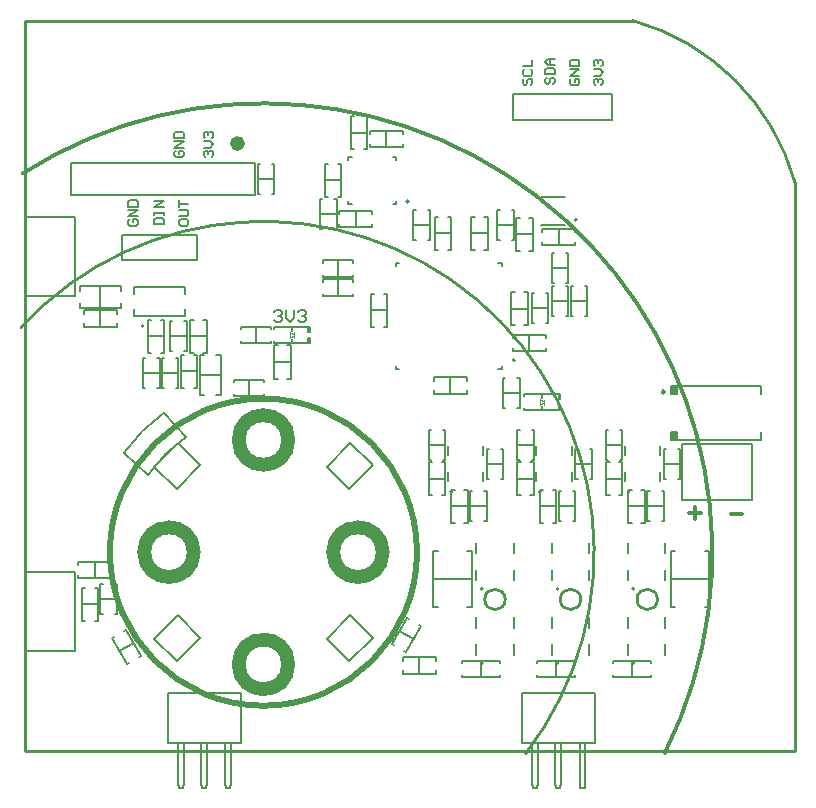
<source format=gto>
G04*
G04 #@! TF.GenerationSoftware,Altium Limited,Altium Designer,20.1.14 (287)*
G04*
G04 Layer_Color=65535*
%FSLAX25Y25*%
%MOIN*%
G70*
G04*
G04 #@! TF.SameCoordinates,BFC865CF-BEAF-49AC-A6C2-1AB5C3D80CD9*
G04*
G04*
G04 #@! TF.FilePolarity,Positive*
G04*
G01*
G75*
%ADD10C,0.00787*%
%ADD11C,0.00984*%
%ADD12C,0.02803*%
%ADD13C,0.01000*%
%ADD14C,0.00197*%
%ADD15C,0.01181*%
%ADD16C,0.01968*%
%ADD17C,0.04528*%
%ADD18C,0.00591*%
%ADD19C,0.00500*%
%ADD20C,0.00394*%
%ADD21C,0.01378*%
%ADD22C,0.00602*%
%ADD23R,0.02165X0.02657*%
D10*
X73228Y-12205D02*
G03*
X73228Y-12205I-394J0D01*
G01*
X122047Y20098D02*
G03*
X122047Y20098I-394J0D01*
G01*
X92520D02*
G03*
X92520Y20098I-394J0D01*
G01*
X62992D02*
G03*
X62992Y20098I-394J0D01*
G01*
X83839Y63976D02*
G03*
X83839Y63976I-394J0D01*
G01*
D02*
G03*
X83839Y63976I-394J0D01*
G01*
X48425Y116929D02*
G03*
X48425Y116929I-394J0D01*
G01*
X123622Y-37008D02*
G03*
X123622Y-37008I-394J0D01*
G01*
X123622Y-12205D02*
G03*
X123622Y-12205I-394J0D01*
G01*
X98425Y-12205D02*
G03*
X98425Y-12205I-394J0D01*
G01*
X73228Y-37008D02*
G03*
X73228Y-37008I-394J0D01*
G01*
X98425Y-37008D02*
G03*
X98425Y-37008I-394J0D01*
G01*
X104429Y110827D02*
G03*
X104429Y110827I-394J0D01*
G01*
X135827Y55512D02*
X165748D01*
X135827Y37402D02*
X165748D01*
X135827Y52854D02*
Y55512D01*
X165748Y52854D02*
Y55512D01*
X135827Y37402D02*
Y40059D01*
X165748Y37402D02*
Y40059D01*
X135827D02*
X137992D01*
Y37402D02*
Y40059D01*
Y52854D02*
Y55512D01*
X135827Y52854D02*
X137992D01*
X83071Y152657D02*
X116142D01*
Y144193D02*
Y152657D01*
X83071Y144193D02*
X116142D01*
X83071D02*
Y152657D01*
X28949Y36438D02*
X36438Y28949D01*
X21043Y28531D02*
X28949Y36438D01*
X21043Y28531D02*
X28531Y21043D01*
X36438Y28949D01*
X28949Y-21043D02*
X36438Y-28531D01*
X21043Y-28949D02*
X28949Y-21043D01*
X21043Y-28949D02*
X28531Y-36438D01*
X36438Y-28531D01*
X-28531Y-21043D02*
X-21043Y-28531D01*
X-36438Y-28949D02*
X-28531Y-21043D01*
X-36438Y-28949D02*
X-28949Y-36438D01*
X-21043Y-28531D01*
X-28531Y36438D02*
X-21043Y28949D01*
X-36438Y28531D02*
X-28531Y36438D01*
X-36438Y28531D02*
X-28949Y21043D01*
X-21043Y28949D01*
X-64055Y129705D02*
X-2874D01*
Y119114D02*
Y129705D01*
X-64055Y119114D02*
X-2874D01*
X-64055D02*
Y129705D01*
X-43221Y78642D02*
Y81004D01*
X-25984Y78642D02*
Y81004D01*
X-43221Y78642D02*
X-25984D01*
Y85925D02*
Y88287D01*
X-43221D02*
X-25984D01*
X-43221Y85925D02*
Y88287D01*
X-47244Y97342D02*
Y105807D01*
Y97342D02*
X-22047D01*
Y105807D01*
X-47244D02*
X-22047D01*
X139370Y17323D02*
X162992D01*
X139370D02*
Y36220D01*
X162992D01*
Y17323D02*
Y36220D01*
X-79232Y-32874D02*
X-62894D01*
Y-6496D01*
X-79232D02*
X-62894D01*
X-79232Y-32874D02*
Y-6496D01*
Y85236D02*
X-62894D01*
Y111614D01*
X-79232D02*
X-62894D01*
X-79232Y85236D02*
Y111614D01*
X86221Y-63504D02*
Y-46968D01*
Y-63504D02*
X110630D01*
Y-46968D01*
X86221D02*
X110630D01*
X91537Y-76897D02*
Y-63511D01*
X97244Y-76890D02*
Y-63504D01*
X99213Y-76890D02*
Y-63504D01*
X105376Y-76919D02*
Y-63533D01*
X107345Y-76919D02*
Y-63533D01*
X107087Y-78465D02*
X107345Y-76919D01*
X105634Y-78465D02*
X107087D01*
X105376Y-76919D02*
X105634Y-78465D01*
X91276D02*
X91537Y-76897D01*
X89830Y-78465D02*
X91276D01*
X89569Y-76897D02*
Y-63511D01*
Y-76897D02*
X89830Y-78465D01*
X98950D02*
X99213Y-76890D01*
X97244Y-76890D02*
X97507Y-78465D01*
X98950D01*
X-31890Y-63504D02*
Y-46968D01*
Y-63504D02*
X-7480D01*
Y-46968D01*
X-31890D02*
X-7480D01*
X-26573Y-76897D02*
Y-63511D01*
X-20866Y-76890D02*
Y-63504D01*
X-18898Y-76890D02*
Y-63504D01*
X-12734Y-76919D02*
Y-63533D01*
X-10766Y-76919D02*
Y-63533D01*
X-11023Y-78465D02*
X-10766Y-76919D01*
X-12476Y-78465D02*
X-11023D01*
X-12734Y-76919D02*
X-12476Y-78465D01*
X-26834D02*
X-26573Y-76897D01*
X-28280Y-78465D02*
X-26834D01*
X-28541Y-76897D02*
Y-63511D01*
Y-76897D02*
X-28280Y-78465D01*
X-19160D02*
X-18898Y-76890D01*
X-20866Y-76890D02*
X-20604Y-78465D01*
X-19160D01*
X3543Y80051D02*
X4199Y80707D01*
X5511D01*
X6167Y80051D01*
Y79396D01*
X5511Y78740D01*
X4855D01*
X5511D01*
X6167Y78084D01*
Y77428D01*
X5511Y76772D01*
X4199D01*
X3543Y77428D01*
X7479Y80707D02*
Y78084D01*
X8791Y76772D01*
X10103Y78084D01*
Y80707D01*
X11415Y80051D02*
X12071Y80707D01*
X13383D01*
X14039Y80051D01*
Y79396D01*
X13383Y78740D01*
X12727D01*
X13383D01*
X14039Y78084D01*
Y77428D01*
X13383Y76772D01*
X12071D01*
X11415Y77428D01*
X-33150Y46475D02*
G03*
X-46475Y33150I33150J-46475D01*
G01*
X-25868Y38351D02*
G03*
X-38351Y25868I25868J-38351D01*
G01*
X-46475Y33150D02*
X-38351Y25868D01*
X-33150Y46475D02*
X-25868Y38351D01*
D11*
X133760Y53445D02*
G03*
X133760Y53445I-492J0D01*
G01*
D12*
X-7480Y136221D02*
G03*
X-7480Y136221I-1181J0D01*
G01*
D13*
X131378Y-15748D02*
G03*
X131378Y-15748I-3425J0D01*
G01*
X105787D02*
G03*
X105787Y-15748I-3425J0D01*
G01*
X80590D02*
G03*
X80590Y-15748I-3425J0D01*
G01*
X87434Y-67137D02*
G03*
X-80836Y74950I-87434J67137D01*
G01*
X-25710Y44255D02*
G03*
X-41392Y30103I25710J-44255D01*
G01*
X177165Y123273D02*
G03*
X123273Y177165I-74803J-20911D01*
G01*
X-79528D02*
X-79527Y-66299D01*
X177165D01*
X177165Y123273D02*
X177165Y-66299D01*
X-79528Y177165D02*
X123273D01*
D14*
X-39961Y75394D02*
G03*
X-39961Y75394I-394J0D01*
G01*
D15*
X133812Y-66906D02*
G03*
X-80244Y126266I-133812J66906D01*
G01*
D16*
X51181Y-0D02*
G03*
X51181Y-0I-51181J0D01*
G01*
D17*
X8268Y-37402D02*
G03*
X8268Y-37402I-8268J0D01*
G01*
X39764Y-0D02*
G03*
X39764Y-0I-8268J0D01*
G01*
X-23228D02*
G03*
X-23228Y-0I-8268J0D01*
G01*
X8268Y37402D02*
G03*
X8268Y37402I-8268J0D01*
G01*
D18*
X74410Y29528D02*
X79921D01*
X74410Y24528D02*
X75165D01*
X74410D02*
Y34528D01*
X75165D01*
X79165D02*
X79921D01*
Y24528D02*
Y34528D01*
X79165Y24528D02*
X79921D01*
X133465Y29528D02*
X138976D01*
X133465Y24528D02*
X134221D01*
X133465D02*
Y34528D01*
X134221D01*
X138221D02*
X138976D01*
Y24528D02*
Y34528D01*
X138221Y24528D02*
X138976D01*
X108693Y24528D02*
X109449D01*
Y34528D01*
X108693D02*
X109449D01*
X103937D02*
X104693D01*
X103937Y24528D02*
Y34528D01*
Y24528D02*
X104693D01*
X103937Y29528D02*
X109449D01*
X55118Y29921D02*
X56299D01*
X55118Y18898D02*
Y29921D01*
Y18898D02*
X56299D01*
X59449D02*
X60630D01*
Y29921D01*
X59449D02*
X60630D01*
X55118Y24409D02*
X60630D01*
X84646Y29921D02*
X85827D01*
X84646Y18898D02*
Y29921D01*
Y18898D02*
X85827D01*
X88976D02*
X90158D01*
Y29921D01*
X88976D02*
X90158D01*
X84646Y24409D02*
X90158D01*
X114173Y29921D02*
X115354D01*
X114173Y18898D02*
Y29921D01*
Y18898D02*
X115354D01*
X118504D02*
X119685D01*
Y29921D01*
X118504D02*
X119685D01*
X114173Y24409D02*
X119685D01*
X-1969Y124409D02*
X3543D01*
X-1969Y119409D02*
X-1213D01*
X-1969D02*
Y129409D01*
X-1213D01*
X2787D02*
X3543D01*
Y119409D02*
Y129409D01*
X2787Y119409D02*
X3543D01*
X88583Y66929D02*
Y72441D01*
X83071Y71260D02*
Y72441D01*
X94095D01*
Y71260D02*
Y72441D01*
Y66929D02*
Y68110D01*
X83071Y66929D02*
X94095D01*
X83071D02*
Y68110D01*
X50000Y109055D02*
X55512D01*
X50000Y104055D02*
X50756D01*
X50000D02*
Y114055D01*
X50756D01*
X54756D02*
X55512D01*
Y104055D02*
Y114055D01*
X54756Y104055D02*
X55512D01*
X56595Y-9055D02*
X69390D01*
X67913Y-18406D02*
X69390D01*
Y295D01*
X67913D02*
X69390D01*
X56595D02*
X58071D01*
X56595Y-18406D02*
Y295D01*
Y-18406D02*
X58071D01*
X92913Y51378D02*
Y52756D01*
Y47244D02*
Y48622D01*
X98413Y51000D02*
X98913D01*
Y52756D01*
X98413D02*
X98913D01*
X98413Y49000D02*
X98913D01*
Y47244D02*
Y49000D01*
X98413Y47244D02*
X98913D01*
X86913Y52000D02*
Y52756D01*
X98819D01*
X98413Y51000D02*
Y52756D01*
Y47244D02*
Y49000D01*
X86913Y47244D02*
X98819D01*
X86913D02*
Y48000D01*
X79921Y58150D02*
X80677D01*
X79921Y48150D02*
Y58150D01*
Y48150D02*
X80677D01*
X84677D02*
X85433D01*
Y58150D01*
X84677D02*
X85433D01*
X79921Y53150D02*
X85433D01*
X96063Y94882D02*
X101575D01*
X100819Y99882D02*
X101575D01*
Y89882D02*
Y99882D01*
X100819Y89882D02*
X101575D01*
X96063D02*
X96819D01*
X96063D02*
Y99882D01*
X96819D01*
X100819Y78858D02*
X101575D01*
Y88858D01*
X100819D02*
X101575D01*
X96063D02*
X96819D01*
X96063Y78858D02*
Y88858D01*
Y78858D02*
X96819D01*
X96063Y83858D02*
X101575D01*
X102362D02*
X107874D01*
X102362Y78858D02*
X103118D01*
X102362D02*
Y88858D01*
X103118D01*
X107118D02*
X107874D01*
Y78858D02*
Y88858D01*
X107118Y78858D02*
X107874D01*
X89370Y81496D02*
X94882D01*
X89370Y76496D02*
X90126D01*
X89370D02*
Y86496D01*
X90126D01*
X94126D02*
X94882D01*
Y76496D02*
Y86496D01*
X94126Y76496D02*
X94882D01*
X57087Y106299D02*
X62598D01*
X61417Y111811D02*
X62598D01*
Y100787D02*
Y111811D01*
X61417Y100787D02*
X62598D01*
X57087D02*
X58268D01*
X57087D02*
Y111811D01*
X58268D01*
X69291Y106299D02*
X74803D01*
X73622Y111811D02*
X74803D01*
Y100787D02*
Y111811D01*
X73622Y100787D02*
X74803D01*
X69291D02*
X70472D01*
X69291D02*
Y111811D01*
X70472D01*
X-56299Y-8661D02*
Y-3150D01*
X-61811Y-4331D02*
Y-3150D01*
X-50787D01*
Y-4331D02*
Y-3150D01*
Y-8661D02*
Y-7480D01*
X-61811Y-8661D02*
X-50787D01*
X-61811D02*
Y-7480D01*
X67716Y57087D02*
Y58268D01*
X56693D02*
X67716D01*
X56693Y57087D02*
Y58268D01*
Y52756D02*
Y53937D01*
Y52756D02*
X67716D01*
Y53937D01*
X62205Y52756D02*
Y58268D01*
X97638Y-41732D02*
Y-36220D01*
X91339Y-36976D02*
Y-36220D01*
X103937D01*
Y-36976D02*
Y-36220D01*
Y-41732D02*
Y-40976D01*
X91339Y-41732D02*
X103937D01*
X91339D02*
Y-40976D01*
X-49575Y-20748D02*
X-48819D01*
Y-10748D01*
X-49575D02*
X-48819D01*
X-54331D02*
X-53575D01*
X-54331Y-20748D02*
Y-10748D01*
Y-20748D02*
X-53575D01*
X-54331Y-15748D02*
X-48819D01*
X24803Y118504D02*
X25984D01*
Y129528D01*
X24803D02*
X25984D01*
X20472D02*
X21654D01*
X20472Y118504D02*
Y129528D01*
Y118504D02*
X21654D01*
X20472Y124016D02*
X25984D01*
X35433Y135039D02*
Y136221D01*
Y135039D02*
X46457D01*
Y136221D01*
Y139370D02*
Y140551D01*
X35433D02*
X46457D01*
X35433Y139370D02*
Y140551D01*
X40945Y135039D02*
Y140551D01*
X23653Y107795D02*
X24409D01*
Y117795D01*
X23653D02*
X24409D01*
X18898D02*
X19654D01*
X18898Y107795D02*
Y117795D01*
Y107795D02*
X19654D01*
X18898Y112795D02*
X24409D01*
X33465Y134252D02*
X34646D01*
Y145276D01*
X33465D02*
X34646D01*
X29134D02*
X30315D01*
X29134Y134252D02*
Y145276D01*
Y134252D02*
X30315D01*
X29134Y139764D02*
X34646D01*
X36220Y112598D02*
Y113779D01*
X25197D02*
X36220D01*
X25197Y112598D02*
Y113779D01*
Y108268D02*
Y109449D01*
Y108268D02*
X36220D01*
Y109449D01*
X30709Y108268D02*
Y113779D01*
X-26346Y67047D02*
X-25591D01*
Y77047D01*
X-26346D02*
X-25591D01*
X-31102D02*
X-30347D01*
X-31102Y67047D02*
Y77047D01*
Y67047D02*
X-30347D01*
X-31102Y72047D02*
X-25591D01*
X-20079Y66535D02*
X-18898D01*
Y77559D01*
X-20079D02*
X-18898D01*
X-24409D02*
X-23228D01*
X-24409Y66535D02*
Y77559D01*
Y66535D02*
X-23228D01*
X-24409Y72047D02*
X-18898D01*
X-29102Y54843D02*
X-28346D01*
Y64842D01*
X-29102D02*
X-28346D01*
X-33858D02*
X-33102D01*
X-33858Y54843D02*
Y64842D01*
Y54843D02*
X-33102D01*
X-33858Y59842D02*
X-28346D01*
X-38583Y77559D02*
X-37402D01*
X-38583Y66535D02*
Y77559D01*
Y66535D02*
X-37402D01*
X-34252D02*
X-33071D01*
Y77559D01*
X-34252D02*
X-33071D01*
X-38583Y72047D02*
X-33071D01*
X-54331Y81496D02*
Y88583D01*
X-47638Y87008D02*
Y88583D01*
X-61024D02*
X-47638D01*
X-61024Y87008D02*
Y88583D01*
Y81496D02*
Y83071D01*
Y81496D02*
X-47638D01*
Y83071D01*
X-48819Y79528D02*
Y80709D01*
X-59842D02*
X-48819D01*
X-59842Y79528D02*
Y80709D01*
Y75197D02*
Y76378D01*
Y75197D02*
X-48819D01*
Y76378D01*
X-54331Y75197D02*
Y80709D01*
X-35402Y54843D02*
X-34646D01*
Y64842D01*
X-35402D02*
X-34646D01*
X-40157D02*
X-39402D01*
X-40157Y54843D02*
Y64842D01*
Y54843D02*
X-39402D01*
X-40157Y59842D02*
X-34646D01*
X51968Y-40551D02*
X51968Y-35039D01*
X46457Y-36220D02*
Y-35039D01*
X57480D01*
Y-36220D02*
Y-35039D01*
X57480Y-40551D02*
X57480Y-39370D01*
X46457Y-40551D02*
X57480Y-40551D01*
X46457Y-39370D02*
X46457Y-40551D01*
X7874Y57874D02*
X9055D01*
Y68898D01*
X7874D02*
X9055D01*
X3543D02*
X4724D01*
X3543Y57874D02*
Y68898D01*
Y57874D02*
X4724D01*
X3543Y63386D02*
X9055D01*
X-56299Y-22835D02*
X-55118D01*
Y-11811D01*
X-56299D02*
X-55118D01*
X-60630D02*
X-59449D01*
X-60630Y-22835D02*
Y-11811D01*
Y-22835D02*
X-59449D01*
X-60630Y-17323D02*
X-55118D01*
X-21260Y59055D02*
X-14173D01*
X-21260Y65748D02*
X-19685D01*
X-21260Y52362D02*
Y65748D01*
Y52362D02*
X-19685D01*
X-15748D02*
X-14173D01*
Y65748D01*
X-15748D02*
X-14173D01*
X135728Y-18406D02*
X137205D01*
X135728D02*
Y295D01*
X137205D01*
X147047D02*
X148524D01*
Y-18406D02*
Y295D01*
X147047Y-18406D02*
X148524D01*
X135728Y-9055D02*
X148524D01*
X-50556Y-28544D02*
X-49901Y-28166D01*
X-50556Y-28544D02*
X-45556Y-37204D01*
X-44901Y-36826D01*
X-41437Y-34826D02*
X-40783Y-34448D01*
X-45783Y-25788D02*
X-40783Y-34448D01*
X-46437Y-26166D02*
X-45783Y-25788D01*
X-48056Y-32874D02*
X-43283Y-30118D01*
X46870Y-32889D02*
X47524Y-33267D01*
X52525Y-24607D01*
X51870Y-24229D02*
X52525Y-24607D01*
X47751Y-21851D02*
X48406Y-22229D01*
X42751Y-30511D02*
X47751Y-21851D01*
X42751Y-30511D02*
X43406Y-30889D01*
X45251Y-26181D02*
X50024Y-28937D01*
X66929Y9843D02*
X68110D01*
Y20866D01*
X66929D02*
X68110D01*
X62598D02*
X63779D01*
X62598Y9843D02*
Y20866D01*
Y9843D02*
X63779D01*
X62598Y15354D02*
X68110D01*
X55118Y40827D02*
X55874D01*
X55118Y30827D02*
Y40827D01*
Y30827D02*
X55874D01*
X59874D02*
X60630D01*
Y40827D01*
X59874D02*
X60630D01*
X55118Y35827D02*
X60630D01*
X68898Y20354D02*
X69653D01*
X68898Y10354D02*
Y20354D01*
Y10354D02*
X69653D01*
X73654D02*
X74410D01*
Y20354D01*
X73654D02*
X74410D01*
X68898Y15354D02*
X74410D01*
X125984Y9843D02*
X127165D01*
Y20866D01*
X125984D02*
X127165D01*
X121653D02*
X122835D01*
X121653Y9843D02*
Y20866D01*
Y9843D02*
X122835D01*
X121653Y15354D02*
X127165D01*
X127953Y20354D02*
X128709D01*
X127953Y10354D02*
Y20354D01*
Y10354D02*
X128709D01*
X132709D02*
X133465D01*
Y20354D01*
X132709D02*
X133465D01*
X127953Y15354D02*
X133465D01*
X114173Y40827D02*
X114929D01*
X114173Y30827D02*
Y40827D01*
Y30827D02*
X114929D01*
X118929D02*
X119685D01*
Y40827D01*
X118929D02*
X119685D01*
X114173Y35827D02*
X119685D01*
X84646Y40827D02*
X85402D01*
X84646Y30827D02*
Y40827D01*
Y30827D02*
X85402D01*
X89402D02*
X90158D01*
Y40827D01*
X89402D02*
X90158D01*
X84646Y35827D02*
X90158D01*
X98425Y20354D02*
X99181D01*
X98425Y10354D02*
Y20354D01*
Y10354D02*
X99181D01*
X103181D02*
X103937D01*
Y20354D01*
X103181D02*
X103937D01*
X98425Y15354D02*
X103937D01*
X96457Y9843D02*
X97638D01*
Y20866D01*
X96457D02*
X97638D01*
X92126D02*
X93307D01*
X92126Y9843D02*
Y20866D01*
Y9843D02*
X93307D01*
X92126Y15354D02*
X97638D01*
X103937Y106693D02*
Y107874D01*
X92913D02*
X103937D01*
X92913Y106693D02*
Y107874D01*
Y102362D02*
Y103543D01*
Y102362D02*
X103937D01*
Y103543D01*
X98425Y102362D02*
Y107874D01*
X88583Y100394D02*
X89764D01*
Y111417D01*
X88583D02*
X89764D01*
X84252D02*
X85433D01*
X84252Y100394D02*
Y111417D01*
Y100394D02*
X85433D01*
X84252Y105905D02*
X89764D01*
X77953Y114055D02*
X78709D01*
X77953Y104055D02*
Y114055D01*
Y104055D02*
X78709D01*
X82709D02*
X83465D01*
Y114055D01*
X82709D02*
X83465D01*
X77953Y109055D02*
X83465D01*
X35827Y80709D02*
X41339D01*
X40157Y86221D02*
X41339D01*
Y75197D02*
Y86221D01*
X40157Y75197D02*
X41339D01*
X35827D02*
X37008D01*
X35827D02*
Y86221D01*
X37008D01*
X72441Y-41732D02*
Y-36220D01*
X66142Y-36976D02*
Y-36220D01*
X78740D01*
Y-36976D02*
Y-36220D01*
Y-41732D02*
Y-40976D01*
X66142Y-41732D02*
X78740D01*
X66142D02*
Y-40976D01*
X122835Y-41732D02*
Y-36220D01*
X116535Y-36976D02*
Y-36220D01*
X129134D01*
Y-36976D02*
Y-36220D01*
Y-41732D02*
Y-40976D01*
X116535Y-41732D02*
X129134D01*
X116535D02*
Y-40976D01*
X19803Y91732D02*
Y92488D01*
Y91732D02*
X29803D01*
Y92488D01*
Y96488D02*
Y97244D01*
X19803D02*
X29803D01*
X19803Y96488D02*
Y97244D01*
X24803Y91732D02*
Y97244D01*
X19803Y85433D02*
Y86189D01*
Y85433D02*
X29803D01*
Y86189D01*
Y90189D02*
Y90945D01*
X19803D02*
X29803D01*
X19803Y90189D02*
Y90945D01*
X24803Y85433D02*
Y90945D01*
X-4724Y51968D02*
Y57480D01*
X-9724Y56724D02*
Y57480D01*
X276D01*
Y56724D02*
Y57480D01*
Y51968D02*
Y52724D01*
X-9724Y51968D02*
X276D01*
X-9724D02*
Y52724D01*
X-2362Y69685D02*
Y75197D01*
X-7362Y74441D02*
Y75197D01*
X2638D01*
Y74441D02*
Y75197D01*
Y69685D02*
Y70441D01*
X-7362Y69685D02*
X2638D01*
X-7362D02*
Y70441D01*
X3449Y69685D02*
Y70441D01*
Y69685D02*
X15354D01*
X14949D02*
Y71441D01*
Y73441D02*
Y75197D01*
X3449D02*
X15354D01*
X3449Y74441D02*
Y75197D01*
X14949Y69685D02*
X15449D01*
Y71441D01*
X14949D02*
X15449D01*
X14949Y75197D02*
X15449D01*
Y73441D02*
Y75197D01*
X14949Y73441D02*
X15449D01*
X9449Y69685D02*
Y71063D01*
Y73819D02*
Y75197D01*
X82677Y86614D02*
X83858D01*
X82677Y75591D02*
Y86614D01*
Y75591D02*
X83858D01*
X87008D02*
X88189D01*
Y86614D01*
X87008D02*
X88189D01*
X82677Y81102D02*
X88189D01*
X-23228Y54724D02*
X-22047D01*
Y65748D01*
X-23228D02*
X-22047D01*
X-27559D02*
X-26378D01*
X-27559Y54724D02*
Y65748D01*
Y54724D02*
X-26378D01*
X-27559Y60236D02*
X-22047D01*
D19*
X70964Y-9351D02*
Y-5906D01*
Y-394D02*
Y3051D01*
X83366Y-394D02*
Y3051D01*
Y-9351D02*
Y-5906D01*
X120473Y23622D02*
Y26791D01*
X132283Y23622D02*
Y26791D01*
X120473Y32264D02*
Y35433D01*
X132283Y32264D02*
Y35433D01*
X90945Y23622D02*
Y26791D01*
X102756Y23622D02*
Y26791D01*
X90945Y32264D02*
Y35433D01*
X102756Y32264D02*
Y35433D01*
X61417Y23622D02*
Y26791D01*
X73228Y23622D02*
Y26791D01*
X61417Y32264D02*
Y35433D01*
X73228Y32264D02*
Y35433D01*
X44094Y96457D02*
X45276D01*
X44094Y61024D02*
X45276D01*
X78347Y96457D02*
X79528D01*
X78347Y61024D02*
X79528D01*
X44094Y95276D02*
Y96457D01*
Y61024D02*
Y62205D01*
X79528Y95276D02*
Y96457D01*
Y61024D02*
Y62205D01*
X44094Y115945D02*
Y116974D01*
X43065Y115945D02*
X44094D01*
X43065Y131693D02*
X44094D01*
Y130663D02*
Y131693D01*
X28346Y130663D02*
Y131693D01*
X29376D01*
X28346Y115945D02*
X29376D01*
X28346D02*
Y116974D01*
X133760Y-34154D02*
Y-30709D01*
Y-25197D02*
Y-21752D01*
X121358Y-25197D02*
Y-21752D01*
Y-34154D02*
Y-30709D01*
X121358Y-9350D02*
Y-5906D01*
Y-394D02*
Y3051D01*
X133760Y-394D02*
Y3051D01*
Y-9350D02*
Y-5906D01*
X96161Y-9351D02*
Y-5906D01*
Y-394D02*
Y3051D01*
X108563Y-394D02*
Y3051D01*
Y-9351D02*
Y-5906D01*
X70965Y-34154D02*
Y-30709D01*
Y-25197D02*
Y-21752D01*
X83366Y-25197D02*
Y-21752D01*
Y-34154D02*
Y-30709D01*
X108563Y-34154D02*
Y-30709D01*
Y-25197D02*
Y-21752D01*
X96161Y-25197D02*
Y-21752D01*
Y-34154D02*
Y-30709D01*
X92520Y118543D02*
X100394D01*
X92520Y109016D02*
X100394D01*
D20*
X92224Y49016D02*
X93602Y50000D01*
X92224Y49016D02*
Y50000D01*
X93602Y49114D02*
Y50000D01*
Y50886D01*
X92224Y50000D02*
Y50984D01*
X93602Y50000D01*
X8760Y73425D02*
X10138Y72441D01*
X8760D02*
Y73425D01*
X10138Y72441D02*
Y73327D01*
Y71555D02*
Y72441D01*
X8760Y71457D02*
Y72441D01*
Y71457D02*
X10138Y72441D01*
D21*
X141929Y13188D02*
X145865D01*
X143897Y15156D02*
Y11220D01*
X155709Y12795D02*
X159644D01*
D22*
X110553Y155720D02*
X110029Y156245D01*
Y157295D01*
X110553Y157820D01*
X111078D01*
X111603Y157295D01*
Y156770D01*
Y157295D01*
X112128Y157820D01*
X112652D01*
X113177Y157295D01*
Y156245D01*
X112652Y155720D01*
X110029Y158869D02*
X112128D01*
X113177Y159919D01*
X112128Y160968D01*
X110029D01*
X110553Y162018D02*
X110029Y162542D01*
Y163592D01*
X110553Y164117D01*
X111078D01*
X111603Y163592D01*
Y163067D01*
Y163592D01*
X112128Y164117D01*
X112652D01*
X113177Y163592D01*
Y162542D01*
X112652Y162018D01*
X86931Y157819D02*
X86406Y157295D01*
Y156245D01*
X86931Y155720D01*
X87456D01*
X87981Y156245D01*
Y157295D01*
X88506Y157819D01*
X89030D01*
X89555Y157295D01*
Y156245D01*
X89030Y155720D01*
X86931Y160968D02*
X86406Y160443D01*
Y159394D01*
X86931Y158869D01*
X89030D01*
X89555Y159394D01*
Y160443D01*
X89030Y160968D01*
X86406Y162018D02*
X89555D01*
Y164117D01*
X102679Y157820D02*
X102155Y157295D01*
Y156245D01*
X102679Y155720D01*
X104778D01*
X105303Y156245D01*
Y157295D01*
X104778Y157820D01*
X103729D01*
Y156770D01*
X105303Y158869D02*
X102155D01*
X105303Y160968D01*
X102155D01*
Y162018D02*
X105303D01*
Y163592D01*
X104778Y164117D01*
X102679D01*
X102155Y163592D01*
Y162018D01*
X94412Y158213D02*
X93887Y157688D01*
Y156639D01*
X94412Y156114D01*
X94936D01*
X95461Y156639D01*
Y157688D01*
X95986Y158213D01*
X96511D01*
X97035Y157688D01*
Y156639D01*
X96511Y156114D01*
X93887Y159263D02*
X97035D01*
Y160837D01*
X96511Y161362D01*
X94412D01*
X93887Y160837D01*
Y159263D01*
X97035Y162411D02*
X94936D01*
X93887Y163461D01*
X94936Y164510D01*
X97035D01*
X95461D01*
Y162411D01*
X-29210Y133804D02*
X-29735Y133279D01*
Y132229D01*
X-29210Y131705D01*
X-27111D01*
X-26587Y132229D01*
Y133279D01*
X-27111Y133804D01*
X-28161D01*
Y132754D01*
X-26587Y134853D02*
X-29735D01*
X-26587Y136952D01*
X-29735D01*
Y138002D02*
X-26587D01*
Y139576D01*
X-27111Y140101D01*
X-29210D01*
X-29735Y139576D01*
Y138002D01*
X-19368Y131705D02*
X-19893Y132229D01*
Y133279D01*
X-19368Y133804D01*
X-18843D01*
X-18318Y133279D01*
Y132754D01*
Y133279D01*
X-17794Y133804D01*
X-17269D01*
X-16744Y133279D01*
Y132229D01*
X-17269Y131705D01*
X-19893Y134853D02*
X-17794D01*
X-16744Y135903D01*
X-17794Y136952D01*
X-19893D01*
X-19368Y138002D02*
X-19893Y138527D01*
Y139576D01*
X-19368Y140101D01*
X-18843D01*
X-18318Y139576D01*
Y139051D01*
Y139576D01*
X-17794Y140101D01*
X-17269D01*
X-16744Y139576D01*
Y138527D01*
X-17269Y138002D01*
X-36428Y109264D02*
X-33279D01*
Y110838D01*
X-33804Y111363D01*
X-35903D01*
X-36428Y110838D01*
Y109264D01*
Y112412D02*
Y113462D01*
Y112937D01*
X-33279D01*
Y112412D01*
Y113462D01*
Y115036D02*
X-36428D01*
X-33279Y117135D01*
X-36428D01*
X-28160Y110444D02*
Y109395D01*
X-27636Y108870D01*
X-25537D01*
X-25012Y109395D01*
Y110444D01*
X-25537Y110969D01*
X-27636D01*
X-28160Y110444D01*
Y112019D02*
X-25537D01*
X-25012Y112543D01*
Y113593D01*
X-25537Y114118D01*
X-28160D01*
Y115167D02*
Y117266D01*
Y116217D01*
X-25012D01*
X-44565Y110969D02*
X-45090Y110444D01*
Y109395D01*
X-44565Y108870D01*
X-42466D01*
X-41941Y109395D01*
Y110444D01*
X-42466Y110969D01*
X-43515D01*
Y109920D01*
X-41941Y112019D02*
X-45090D01*
X-41941Y114118D01*
X-45090D01*
Y115167D02*
X-41941D01*
Y116742D01*
X-42466Y117266D01*
X-44565D01*
X-45090Y116742D01*
Y115167D01*
D23*
X136909Y38730D02*
D03*
X136909Y54183D02*
D03*
M02*

</source>
